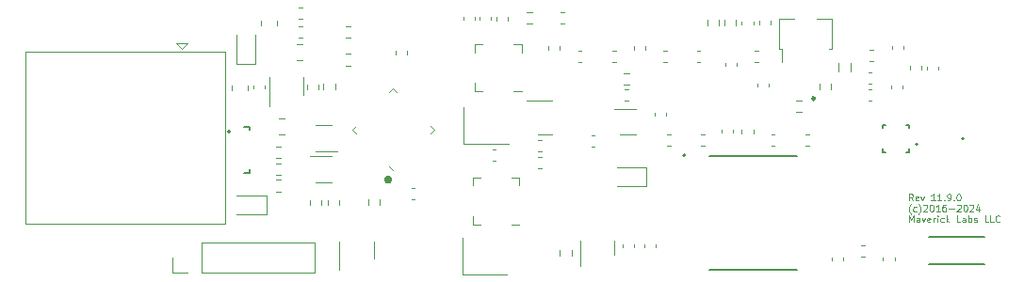
<source format=gbr>
%TF.GenerationSoftware,KiCad,Pcbnew,7.0.5-0*%
%TF.CreationDate,2024-01-25T09:03:23-08:00*%
%TF.ProjectId,transponder-11.9.0,7472616e-7370-46f6-9e64-65722d31312e,rev?*%
%TF.SameCoordinates,Original*%
%TF.FileFunction,Legend,Top*%
%TF.FilePolarity,Positive*%
%FSLAX46Y46*%
G04 Gerber Fmt 4.6, Leading zero omitted, Abs format (unit mm)*
G04 Created by KiCad (PCBNEW 7.0.5-0) date 2024-01-25 09:03:23*
%MOMM*%
%LPD*%
G01*
G04 APERTURE LIST*
%ADD10C,0.300000*%
%ADD11C,0.100000*%
%ADD12C,0.120000*%
%ADD13C,0.250000*%
%ADD14C,0.127000*%
%ADD15C,0.200000*%
%ADD16C,0.152400*%
G04 APERTURE END LIST*
D10*
X135600000Y-104900000D02*
G75*
G03*
X135600000Y-104900000I-200000J0D01*
G01*
D11*
X182551503Y-106789371D02*
X182351503Y-106503657D01*
X182208646Y-106789371D02*
X182208646Y-106189371D01*
X182208646Y-106189371D02*
X182437217Y-106189371D01*
X182437217Y-106189371D02*
X182494360Y-106217942D01*
X182494360Y-106217942D02*
X182522931Y-106246514D01*
X182522931Y-106246514D02*
X182551503Y-106303657D01*
X182551503Y-106303657D02*
X182551503Y-106389371D01*
X182551503Y-106389371D02*
X182522931Y-106446514D01*
X182522931Y-106446514D02*
X182494360Y-106475085D01*
X182494360Y-106475085D02*
X182437217Y-106503657D01*
X182437217Y-106503657D02*
X182208646Y-106503657D01*
X183037217Y-106760800D02*
X182980074Y-106789371D01*
X182980074Y-106789371D02*
X182865789Y-106789371D01*
X182865789Y-106789371D02*
X182808646Y-106760800D01*
X182808646Y-106760800D02*
X182780074Y-106703657D01*
X182780074Y-106703657D02*
X182780074Y-106475085D01*
X182780074Y-106475085D02*
X182808646Y-106417942D01*
X182808646Y-106417942D02*
X182865789Y-106389371D01*
X182865789Y-106389371D02*
X182980074Y-106389371D01*
X182980074Y-106389371D02*
X183037217Y-106417942D01*
X183037217Y-106417942D02*
X183065789Y-106475085D01*
X183065789Y-106475085D02*
X183065789Y-106532228D01*
X183065789Y-106532228D02*
X182780074Y-106589371D01*
X183265789Y-106389371D02*
X183408646Y-106789371D01*
X183408646Y-106789371D02*
X183551503Y-106389371D01*
X184551503Y-106789371D02*
X184208646Y-106789371D01*
X184380075Y-106789371D02*
X184380075Y-106189371D01*
X184380075Y-106189371D02*
X184322932Y-106275085D01*
X184322932Y-106275085D02*
X184265789Y-106332228D01*
X184265789Y-106332228D02*
X184208646Y-106360800D01*
X185122932Y-106789371D02*
X184780075Y-106789371D01*
X184951504Y-106789371D02*
X184951504Y-106189371D01*
X184951504Y-106189371D02*
X184894361Y-106275085D01*
X184894361Y-106275085D02*
X184837218Y-106332228D01*
X184837218Y-106332228D02*
X184780075Y-106360800D01*
X185380076Y-106732228D02*
X185408647Y-106760800D01*
X185408647Y-106760800D02*
X185380076Y-106789371D01*
X185380076Y-106789371D02*
X185351504Y-106760800D01*
X185351504Y-106760800D02*
X185380076Y-106732228D01*
X185380076Y-106732228D02*
X185380076Y-106789371D01*
X185694361Y-106789371D02*
X185808647Y-106789371D01*
X185808647Y-106789371D02*
X185865790Y-106760800D01*
X185865790Y-106760800D02*
X185894361Y-106732228D01*
X185894361Y-106732228D02*
X185951504Y-106646514D01*
X185951504Y-106646514D02*
X185980075Y-106532228D01*
X185980075Y-106532228D02*
X185980075Y-106303657D01*
X185980075Y-106303657D02*
X185951504Y-106246514D01*
X185951504Y-106246514D02*
X185922933Y-106217942D01*
X185922933Y-106217942D02*
X185865790Y-106189371D01*
X185865790Y-106189371D02*
X185751504Y-106189371D01*
X185751504Y-106189371D02*
X185694361Y-106217942D01*
X185694361Y-106217942D02*
X185665790Y-106246514D01*
X185665790Y-106246514D02*
X185637218Y-106303657D01*
X185637218Y-106303657D02*
X185637218Y-106446514D01*
X185637218Y-106446514D02*
X185665790Y-106503657D01*
X185665790Y-106503657D02*
X185694361Y-106532228D01*
X185694361Y-106532228D02*
X185751504Y-106560800D01*
X185751504Y-106560800D02*
X185865790Y-106560800D01*
X185865790Y-106560800D02*
X185922933Y-106532228D01*
X185922933Y-106532228D02*
X185951504Y-106503657D01*
X185951504Y-106503657D02*
X185980075Y-106446514D01*
X186237219Y-106732228D02*
X186265790Y-106760800D01*
X186265790Y-106760800D02*
X186237219Y-106789371D01*
X186237219Y-106789371D02*
X186208647Y-106760800D01*
X186208647Y-106760800D02*
X186237219Y-106732228D01*
X186237219Y-106732228D02*
X186237219Y-106789371D01*
X186637218Y-106189371D02*
X186694361Y-106189371D01*
X186694361Y-106189371D02*
X186751504Y-106217942D01*
X186751504Y-106217942D02*
X186780076Y-106246514D01*
X186780076Y-106246514D02*
X186808647Y-106303657D01*
X186808647Y-106303657D02*
X186837218Y-106417942D01*
X186837218Y-106417942D02*
X186837218Y-106560800D01*
X186837218Y-106560800D02*
X186808647Y-106675085D01*
X186808647Y-106675085D02*
X186780076Y-106732228D01*
X186780076Y-106732228D02*
X186751504Y-106760800D01*
X186751504Y-106760800D02*
X186694361Y-106789371D01*
X186694361Y-106789371D02*
X186637218Y-106789371D01*
X186637218Y-106789371D02*
X186580076Y-106760800D01*
X186580076Y-106760800D02*
X186551504Y-106732228D01*
X186551504Y-106732228D02*
X186522933Y-106675085D01*
X186522933Y-106675085D02*
X186494361Y-106560800D01*
X186494361Y-106560800D02*
X186494361Y-106417942D01*
X186494361Y-106417942D02*
X186522933Y-106303657D01*
X186522933Y-106303657D02*
X186551504Y-106246514D01*
X186551504Y-106246514D02*
X186580076Y-106217942D01*
X186580076Y-106217942D02*
X186637218Y-106189371D01*
X182380074Y-107983942D02*
X182351503Y-107955371D01*
X182351503Y-107955371D02*
X182294360Y-107869657D01*
X182294360Y-107869657D02*
X182265789Y-107812514D01*
X182265789Y-107812514D02*
X182237217Y-107726800D01*
X182237217Y-107726800D02*
X182208646Y-107583942D01*
X182208646Y-107583942D02*
X182208646Y-107469657D01*
X182208646Y-107469657D02*
X182237217Y-107326800D01*
X182237217Y-107326800D02*
X182265789Y-107241085D01*
X182265789Y-107241085D02*
X182294360Y-107183942D01*
X182294360Y-107183942D02*
X182351503Y-107098228D01*
X182351503Y-107098228D02*
X182380074Y-107069657D01*
X182865789Y-107726800D02*
X182808646Y-107755371D01*
X182808646Y-107755371D02*
X182694360Y-107755371D01*
X182694360Y-107755371D02*
X182637217Y-107726800D01*
X182637217Y-107726800D02*
X182608646Y-107698228D01*
X182608646Y-107698228D02*
X182580074Y-107641085D01*
X182580074Y-107641085D02*
X182580074Y-107469657D01*
X182580074Y-107469657D02*
X182608646Y-107412514D01*
X182608646Y-107412514D02*
X182637217Y-107383942D01*
X182637217Y-107383942D02*
X182694360Y-107355371D01*
X182694360Y-107355371D02*
X182808646Y-107355371D01*
X182808646Y-107355371D02*
X182865789Y-107383942D01*
X183065789Y-107983942D02*
X183094360Y-107955371D01*
X183094360Y-107955371D02*
X183151503Y-107869657D01*
X183151503Y-107869657D02*
X183180075Y-107812514D01*
X183180075Y-107812514D02*
X183208646Y-107726800D01*
X183208646Y-107726800D02*
X183237217Y-107583942D01*
X183237217Y-107583942D02*
X183237217Y-107469657D01*
X183237217Y-107469657D02*
X183208646Y-107326800D01*
X183208646Y-107326800D02*
X183180075Y-107241085D01*
X183180075Y-107241085D02*
X183151503Y-107183942D01*
X183151503Y-107183942D02*
X183094360Y-107098228D01*
X183094360Y-107098228D02*
X183065789Y-107069657D01*
X183494360Y-107212514D02*
X183522932Y-107183942D01*
X183522932Y-107183942D02*
X183580075Y-107155371D01*
X183580075Y-107155371D02*
X183722932Y-107155371D01*
X183722932Y-107155371D02*
X183780075Y-107183942D01*
X183780075Y-107183942D02*
X183808646Y-107212514D01*
X183808646Y-107212514D02*
X183837217Y-107269657D01*
X183837217Y-107269657D02*
X183837217Y-107326800D01*
X183837217Y-107326800D02*
X183808646Y-107412514D01*
X183808646Y-107412514D02*
X183465789Y-107755371D01*
X183465789Y-107755371D02*
X183837217Y-107755371D01*
X184208646Y-107155371D02*
X184265789Y-107155371D01*
X184265789Y-107155371D02*
X184322932Y-107183942D01*
X184322932Y-107183942D02*
X184351504Y-107212514D01*
X184351504Y-107212514D02*
X184380075Y-107269657D01*
X184380075Y-107269657D02*
X184408646Y-107383942D01*
X184408646Y-107383942D02*
X184408646Y-107526800D01*
X184408646Y-107526800D02*
X184380075Y-107641085D01*
X184380075Y-107641085D02*
X184351504Y-107698228D01*
X184351504Y-107698228D02*
X184322932Y-107726800D01*
X184322932Y-107726800D02*
X184265789Y-107755371D01*
X184265789Y-107755371D02*
X184208646Y-107755371D01*
X184208646Y-107755371D02*
X184151504Y-107726800D01*
X184151504Y-107726800D02*
X184122932Y-107698228D01*
X184122932Y-107698228D02*
X184094361Y-107641085D01*
X184094361Y-107641085D02*
X184065789Y-107526800D01*
X184065789Y-107526800D02*
X184065789Y-107383942D01*
X184065789Y-107383942D02*
X184094361Y-107269657D01*
X184094361Y-107269657D02*
X184122932Y-107212514D01*
X184122932Y-107212514D02*
X184151504Y-107183942D01*
X184151504Y-107183942D02*
X184208646Y-107155371D01*
X184980075Y-107755371D02*
X184637218Y-107755371D01*
X184808647Y-107755371D02*
X184808647Y-107155371D01*
X184808647Y-107155371D02*
X184751504Y-107241085D01*
X184751504Y-107241085D02*
X184694361Y-107298228D01*
X184694361Y-107298228D02*
X184637218Y-107326800D01*
X185494362Y-107155371D02*
X185380076Y-107155371D01*
X185380076Y-107155371D02*
X185322933Y-107183942D01*
X185322933Y-107183942D02*
X185294362Y-107212514D01*
X185294362Y-107212514D02*
X185237219Y-107298228D01*
X185237219Y-107298228D02*
X185208647Y-107412514D01*
X185208647Y-107412514D02*
X185208647Y-107641085D01*
X185208647Y-107641085D02*
X185237219Y-107698228D01*
X185237219Y-107698228D02*
X185265790Y-107726800D01*
X185265790Y-107726800D02*
X185322933Y-107755371D01*
X185322933Y-107755371D02*
X185437219Y-107755371D01*
X185437219Y-107755371D02*
X185494362Y-107726800D01*
X185494362Y-107726800D02*
X185522933Y-107698228D01*
X185522933Y-107698228D02*
X185551504Y-107641085D01*
X185551504Y-107641085D02*
X185551504Y-107498228D01*
X185551504Y-107498228D02*
X185522933Y-107441085D01*
X185522933Y-107441085D02*
X185494362Y-107412514D01*
X185494362Y-107412514D02*
X185437219Y-107383942D01*
X185437219Y-107383942D02*
X185322933Y-107383942D01*
X185322933Y-107383942D02*
X185265790Y-107412514D01*
X185265790Y-107412514D02*
X185237219Y-107441085D01*
X185237219Y-107441085D02*
X185208647Y-107498228D01*
X185808648Y-107526800D02*
X186265791Y-107526800D01*
X186522933Y-107212514D02*
X186551505Y-107183942D01*
X186551505Y-107183942D02*
X186608648Y-107155371D01*
X186608648Y-107155371D02*
X186751505Y-107155371D01*
X186751505Y-107155371D02*
X186808648Y-107183942D01*
X186808648Y-107183942D02*
X186837219Y-107212514D01*
X186837219Y-107212514D02*
X186865790Y-107269657D01*
X186865790Y-107269657D02*
X186865790Y-107326800D01*
X186865790Y-107326800D02*
X186837219Y-107412514D01*
X186837219Y-107412514D02*
X186494362Y-107755371D01*
X186494362Y-107755371D02*
X186865790Y-107755371D01*
X187237219Y-107155371D02*
X187294362Y-107155371D01*
X187294362Y-107155371D02*
X187351505Y-107183942D01*
X187351505Y-107183942D02*
X187380077Y-107212514D01*
X187380077Y-107212514D02*
X187408648Y-107269657D01*
X187408648Y-107269657D02*
X187437219Y-107383942D01*
X187437219Y-107383942D02*
X187437219Y-107526800D01*
X187437219Y-107526800D02*
X187408648Y-107641085D01*
X187408648Y-107641085D02*
X187380077Y-107698228D01*
X187380077Y-107698228D02*
X187351505Y-107726800D01*
X187351505Y-107726800D02*
X187294362Y-107755371D01*
X187294362Y-107755371D02*
X187237219Y-107755371D01*
X187237219Y-107755371D02*
X187180077Y-107726800D01*
X187180077Y-107726800D02*
X187151505Y-107698228D01*
X187151505Y-107698228D02*
X187122934Y-107641085D01*
X187122934Y-107641085D02*
X187094362Y-107526800D01*
X187094362Y-107526800D02*
X187094362Y-107383942D01*
X187094362Y-107383942D02*
X187122934Y-107269657D01*
X187122934Y-107269657D02*
X187151505Y-107212514D01*
X187151505Y-107212514D02*
X187180077Y-107183942D01*
X187180077Y-107183942D02*
X187237219Y-107155371D01*
X187665791Y-107212514D02*
X187694363Y-107183942D01*
X187694363Y-107183942D02*
X187751506Y-107155371D01*
X187751506Y-107155371D02*
X187894363Y-107155371D01*
X187894363Y-107155371D02*
X187951506Y-107183942D01*
X187951506Y-107183942D02*
X187980077Y-107212514D01*
X187980077Y-107212514D02*
X188008648Y-107269657D01*
X188008648Y-107269657D02*
X188008648Y-107326800D01*
X188008648Y-107326800D02*
X187980077Y-107412514D01*
X187980077Y-107412514D02*
X187637220Y-107755371D01*
X187637220Y-107755371D02*
X188008648Y-107755371D01*
X188522935Y-107355371D02*
X188522935Y-107755371D01*
X188380077Y-107126800D02*
X188237220Y-107555371D01*
X188237220Y-107555371D02*
X188608649Y-107555371D01*
X182208646Y-108721371D02*
X182208646Y-108121371D01*
X182208646Y-108121371D02*
X182408646Y-108549942D01*
X182408646Y-108549942D02*
X182608646Y-108121371D01*
X182608646Y-108121371D02*
X182608646Y-108721371D01*
X183151503Y-108721371D02*
X183151503Y-108407085D01*
X183151503Y-108407085D02*
X183122931Y-108349942D01*
X183122931Y-108349942D02*
X183065788Y-108321371D01*
X183065788Y-108321371D02*
X182951503Y-108321371D01*
X182951503Y-108321371D02*
X182894360Y-108349942D01*
X183151503Y-108692800D02*
X183094360Y-108721371D01*
X183094360Y-108721371D02*
X182951503Y-108721371D01*
X182951503Y-108721371D02*
X182894360Y-108692800D01*
X182894360Y-108692800D02*
X182865788Y-108635657D01*
X182865788Y-108635657D02*
X182865788Y-108578514D01*
X182865788Y-108578514D02*
X182894360Y-108521371D01*
X182894360Y-108521371D02*
X182951503Y-108492800D01*
X182951503Y-108492800D02*
X183094360Y-108492800D01*
X183094360Y-108492800D02*
X183151503Y-108464228D01*
X183380074Y-108321371D02*
X183522931Y-108721371D01*
X183522931Y-108721371D02*
X183665788Y-108321371D01*
X184122931Y-108692800D02*
X184065788Y-108721371D01*
X184065788Y-108721371D02*
X183951503Y-108721371D01*
X183951503Y-108721371D02*
X183894360Y-108692800D01*
X183894360Y-108692800D02*
X183865788Y-108635657D01*
X183865788Y-108635657D02*
X183865788Y-108407085D01*
X183865788Y-108407085D02*
X183894360Y-108349942D01*
X183894360Y-108349942D02*
X183951503Y-108321371D01*
X183951503Y-108321371D02*
X184065788Y-108321371D01*
X184065788Y-108321371D02*
X184122931Y-108349942D01*
X184122931Y-108349942D02*
X184151503Y-108407085D01*
X184151503Y-108407085D02*
X184151503Y-108464228D01*
X184151503Y-108464228D02*
X183865788Y-108521371D01*
X184408646Y-108721371D02*
X184408646Y-108321371D01*
X184408646Y-108435657D02*
X184437217Y-108378514D01*
X184437217Y-108378514D02*
X184465789Y-108349942D01*
X184465789Y-108349942D02*
X184522931Y-108321371D01*
X184522931Y-108321371D02*
X184580074Y-108321371D01*
X184780075Y-108721371D02*
X184780075Y-108321371D01*
X184780075Y-108121371D02*
X184751503Y-108149942D01*
X184751503Y-108149942D02*
X184780075Y-108178514D01*
X184780075Y-108178514D02*
X184808646Y-108149942D01*
X184808646Y-108149942D02*
X184780075Y-108121371D01*
X184780075Y-108121371D02*
X184780075Y-108178514D01*
X185322932Y-108692800D02*
X185265789Y-108721371D01*
X185265789Y-108721371D02*
X185151503Y-108721371D01*
X185151503Y-108721371D02*
X185094360Y-108692800D01*
X185094360Y-108692800D02*
X185065789Y-108664228D01*
X185065789Y-108664228D02*
X185037217Y-108607085D01*
X185037217Y-108607085D02*
X185037217Y-108435657D01*
X185037217Y-108435657D02*
X185065789Y-108378514D01*
X185065789Y-108378514D02*
X185094360Y-108349942D01*
X185094360Y-108349942D02*
X185151503Y-108321371D01*
X185151503Y-108321371D02*
X185265789Y-108321371D01*
X185265789Y-108321371D02*
X185322932Y-108349942D01*
X185580075Y-108721371D02*
X185580075Y-108121371D01*
X185637218Y-108492800D02*
X185808646Y-108721371D01*
X185808646Y-108321371D02*
X185580075Y-108549942D01*
X186808646Y-108721371D02*
X186522932Y-108721371D01*
X186522932Y-108721371D02*
X186522932Y-108121371D01*
X187265789Y-108721371D02*
X187265789Y-108407085D01*
X187265789Y-108407085D02*
X187237217Y-108349942D01*
X187237217Y-108349942D02*
X187180074Y-108321371D01*
X187180074Y-108321371D02*
X187065789Y-108321371D01*
X187065789Y-108321371D02*
X187008646Y-108349942D01*
X187265789Y-108692800D02*
X187208646Y-108721371D01*
X187208646Y-108721371D02*
X187065789Y-108721371D01*
X187065789Y-108721371D02*
X187008646Y-108692800D01*
X187008646Y-108692800D02*
X186980074Y-108635657D01*
X186980074Y-108635657D02*
X186980074Y-108578514D01*
X186980074Y-108578514D02*
X187008646Y-108521371D01*
X187008646Y-108521371D02*
X187065789Y-108492800D01*
X187065789Y-108492800D02*
X187208646Y-108492800D01*
X187208646Y-108492800D02*
X187265789Y-108464228D01*
X187551503Y-108721371D02*
X187551503Y-108121371D01*
X187551503Y-108349942D02*
X187608646Y-108321371D01*
X187608646Y-108321371D02*
X187722931Y-108321371D01*
X187722931Y-108321371D02*
X187780074Y-108349942D01*
X187780074Y-108349942D02*
X187808646Y-108378514D01*
X187808646Y-108378514D02*
X187837217Y-108435657D01*
X187837217Y-108435657D02*
X187837217Y-108607085D01*
X187837217Y-108607085D02*
X187808646Y-108664228D01*
X187808646Y-108664228D02*
X187780074Y-108692800D01*
X187780074Y-108692800D02*
X187722931Y-108721371D01*
X187722931Y-108721371D02*
X187608646Y-108721371D01*
X187608646Y-108721371D02*
X187551503Y-108692800D01*
X188065788Y-108692800D02*
X188122931Y-108721371D01*
X188122931Y-108721371D02*
X188237217Y-108721371D01*
X188237217Y-108721371D02*
X188294360Y-108692800D01*
X188294360Y-108692800D02*
X188322931Y-108635657D01*
X188322931Y-108635657D02*
X188322931Y-108607085D01*
X188322931Y-108607085D02*
X188294360Y-108549942D01*
X188294360Y-108549942D02*
X188237217Y-108521371D01*
X188237217Y-108521371D02*
X188151503Y-108521371D01*
X188151503Y-108521371D02*
X188094360Y-108492800D01*
X188094360Y-108492800D02*
X188065788Y-108435657D01*
X188065788Y-108435657D02*
X188065788Y-108407085D01*
X188065788Y-108407085D02*
X188094360Y-108349942D01*
X188094360Y-108349942D02*
X188151503Y-108321371D01*
X188151503Y-108321371D02*
X188237217Y-108321371D01*
X188237217Y-108321371D02*
X188294360Y-108349942D01*
X189322931Y-108721371D02*
X189037217Y-108721371D01*
X189037217Y-108721371D02*
X189037217Y-108121371D01*
X189808645Y-108721371D02*
X189522931Y-108721371D01*
X189522931Y-108721371D02*
X189522931Y-108121371D01*
X190351502Y-108664228D02*
X190322930Y-108692800D01*
X190322930Y-108692800D02*
X190237216Y-108721371D01*
X190237216Y-108721371D02*
X190180073Y-108721371D01*
X190180073Y-108721371D02*
X190094359Y-108692800D01*
X190094359Y-108692800D02*
X190037216Y-108635657D01*
X190037216Y-108635657D02*
X190008645Y-108578514D01*
X190008645Y-108578514D02*
X189980073Y-108464228D01*
X189980073Y-108464228D02*
X189980073Y-108378514D01*
X189980073Y-108378514D02*
X190008645Y-108264228D01*
X190008645Y-108264228D02*
X190037216Y-108207085D01*
X190037216Y-108207085D02*
X190094359Y-108149942D01*
X190094359Y-108149942D02*
X190180073Y-108121371D01*
X190180073Y-108121371D02*
X190237216Y-108121371D01*
X190237216Y-108121371D02*
X190322930Y-108149942D01*
X190322930Y-108149942D02*
X190351502Y-108178514D01*
D12*
%TO.C,C35*%
X137060000Y-93309420D02*
X137060000Y-93590580D01*
X136040000Y-93309420D02*
X136040000Y-93590580D01*
%TO.C,C6*%
X166410000Y-100409420D02*
X166410000Y-100690580D01*
X165390000Y-100409420D02*
X165390000Y-100690580D01*
%TO.C,U3*%
X156250000Y-100860000D02*
X157650000Y-100860000D01*
X157650000Y-98540000D02*
X155750000Y-98540000D01*
%TO.C,C15*%
X184860000Y-94684420D02*
X184860000Y-94965580D01*
X183840000Y-94684420D02*
X183840000Y-94965580D01*
D13*
%TO.C,IC1*%
X173750000Y-97575000D02*
G75*
G03*
X173750000Y-97575000I-125000J0D01*
G01*
D12*
%TO.C,C19*%
X167190000Y-90915580D02*
X167190000Y-90634420D01*
X168210000Y-90915580D02*
X168210000Y-90634420D01*
%TO.C,C21*%
X152484420Y-93290000D02*
X152765580Y-93290000D01*
X152484420Y-94310000D02*
X152765580Y-94310000D01*
%TO.C,C27*%
X123290000Y-96715580D02*
X123290000Y-96434420D01*
X124310000Y-96715580D02*
X124310000Y-96434420D01*
%TO.C,L13*%
X125435000Y-90572936D02*
X125435000Y-91027064D01*
X123965000Y-90572936D02*
X123965000Y-91027064D01*
%TO.C,C16*%
X181610000Y-96384420D02*
X181610000Y-96665580D01*
X180590000Y-96384420D02*
X180590000Y-96665580D01*
D14*
%TO.C,U8*%
X182240000Y-102400000D02*
X182240000Y-102130000D01*
X182240000Y-102400000D02*
X181970000Y-102400000D01*
X182240000Y-100000000D02*
X182240000Y-100270000D01*
X182240000Y-100000000D02*
X181970000Y-100000000D01*
X179840000Y-102400000D02*
X180110000Y-102400000D01*
X179840000Y-102400000D02*
X179840000Y-102130000D01*
X179840000Y-100000000D02*
X180110000Y-100000000D01*
X179840000Y-100000000D02*
X179840000Y-100270000D01*
D15*
X183010000Y-101700000D02*
G75*
G03*
X183010000Y-101700000I-100000J0D01*
G01*
D12*
%TO.C,C20*%
X151215580Y-90810000D02*
X150934420Y-90810000D01*
X151215580Y-89790000D02*
X150934420Y-89790000D01*
%TO.C,C1*%
X153659420Y-100890000D02*
X153940580Y-100890000D01*
X153659420Y-101910000D02*
X153940580Y-101910000D01*
%TO.C,L4*%
X175840000Y-95162122D02*
X175840000Y-94362878D01*
X176960000Y-95162122D02*
X176960000Y-94362878D01*
%TO.C,C9*%
X144660000Y-90234420D02*
X144660000Y-90515580D01*
X143640000Y-90234420D02*
X143640000Y-90515580D01*
%TO.C,R5*%
X174177500Y-96762258D02*
X174177500Y-96287742D01*
X175222500Y-96762258D02*
X175222500Y-96287742D01*
%TO.C,C23*%
X178865580Y-97810000D02*
X178584420Y-97810000D01*
X178865580Y-96790000D02*
X178584420Y-96790000D01*
%TO.C,C14*%
X181710000Y-92834420D02*
X181710000Y-93115580D01*
X180690000Y-92834420D02*
X180690000Y-93115580D01*
%TO.C,C3*%
X156684420Y-96790000D02*
X156965580Y-96790000D01*
X156684420Y-97810000D02*
X156965580Y-97810000D01*
%TO.C,C18*%
X163184420Y-93290000D02*
X163465580Y-93290000D01*
X163184420Y-94310000D02*
X163465580Y-94310000D01*
%TO.C,C17*%
X165690000Y-94665580D02*
X165690000Y-94384420D01*
X166710000Y-94665580D02*
X166710000Y-94384420D01*
%TO.C,R17*%
X128377500Y-107212258D02*
X128377500Y-106737742D01*
X129422500Y-107212258D02*
X129422500Y-106737742D01*
%TO.C,R7*%
X128120314Y-96771773D02*
X128120314Y-96297257D01*
X129165314Y-96771773D02*
X129165314Y-96297257D01*
%TO.C,Y2*%
X142100000Y-110150000D02*
X142100000Y-113450000D01*
X142100000Y-113450000D02*
X146100000Y-113450000D01*
%TO.C,U9*%
X128900000Y-105110000D02*
X130300000Y-105110000D01*
X130300000Y-102790000D02*
X128400000Y-102790000D01*
%TO.C,L9*%
X149790000Y-93175279D02*
X149790000Y-92849721D01*
X150810000Y-93175279D02*
X150810000Y-92849721D01*
%TO.C,L12*%
X122810000Y-96385436D02*
X122810000Y-96839564D01*
X121340000Y-96385436D02*
X121340000Y-96839564D01*
%TO.C,L11*%
X160149721Y-93290000D02*
X160475279Y-93290000D01*
X160149721Y-94310000D02*
X160475279Y-94310000D01*
%TO.C,Q7*%
X149500000Y-97740000D02*
X147825000Y-97740000D01*
X149500000Y-97740000D02*
X150150000Y-97740000D01*
X149500000Y-100860000D02*
X148850000Y-100860000D01*
X149500000Y-100860000D02*
X150150000Y-100860000D01*
%TO.C,L7*%
X168324721Y-93290000D02*
X168650279Y-93290000D01*
X168324721Y-94310000D02*
X168650279Y-94310000D01*
%TO.C,D1*%
X121750000Y-94510000D02*
X123450000Y-94510000D01*
X121750000Y-94510000D02*
X121750000Y-91850000D01*
X123450000Y-94510000D02*
X123450000Y-91850000D01*
%TO.C,C7*%
X149165580Y-102310000D02*
X148884420Y-102310000D01*
X149165580Y-101290000D02*
X148884420Y-101290000D01*
%TO.C,R2*%
X166672500Y-90512742D02*
X166672500Y-90987258D01*
X165627500Y-90512742D02*
X165627500Y-90987258D01*
%TO.C,L1*%
X160499721Y-100840000D02*
X160825279Y-100840000D01*
X160499721Y-101860000D02*
X160825279Y-101860000D01*
%TO.C,C25*%
X127665580Y-90410000D02*
X127384420Y-90410000D01*
X127665580Y-89390000D02*
X127384420Y-89390000D01*
%TO.C,J2*%
X115995000Y-113230000D02*
X115995000Y-111900000D01*
X117325000Y-113230000D02*
X115995000Y-113230000D01*
X118595000Y-113230000D02*
X128815000Y-113230000D01*
X118595000Y-113230000D02*
X118595000Y-110570000D01*
X128815000Y-113230000D02*
X128815000Y-110570000D01*
X118595000Y-110570000D02*
X128815000Y-110570000D01*
%TO.C,Q2*%
X152640000Y-111037500D02*
X152640000Y-112712500D01*
X152640000Y-111037500D02*
X152640000Y-110387500D01*
X155760000Y-111037500D02*
X155760000Y-111687500D01*
X155760000Y-111037500D02*
X155760000Y-110387500D01*
%TO.C,C30*%
X156490000Y-111015580D02*
X156490000Y-110734420D01*
X157510000Y-111015580D02*
X157510000Y-110734420D01*
%TO.C,L8*%
X168740000Y-90912779D02*
X168740000Y-90587221D01*
X169760000Y-90912779D02*
X169760000Y-90587221D01*
%TO.C,R8*%
X129577500Y-96762258D02*
X129577500Y-96287742D01*
X130622500Y-96762258D02*
X130622500Y-96287742D01*
D14*
%TO.C,U4*%
X164250000Y-102775000D02*
X172150000Y-102775000D01*
X164250000Y-113025000D02*
X172150000Y-113025000D01*
D15*
X162100000Y-102700000D02*
G75*
G03*
X162100000Y-102700000I-100000J0D01*
G01*
D16*
%TO.C,CR1*%
X122416089Y-100142599D02*
X122947699Y-100142599D01*
X122947699Y-100142599D02*
X122947699Y-100414859D01*
X122947699Y-103985139D02*
X122947699Y-104257399D01*
X122947699Y-104257399D02*
X122416089Y-104257399D01*
X121217399Y-100600000D02*
G75*
G03*
X121217399Y-100600000I-127000J0D01*
G01*
D12*
%TO.C,Y1*%
X142200000Y-98350000D02*
X142200000Y-101650000D01*
X142200000Y-101650000D02*
X146200000Y-101650000D01*
%TO.C,C31*%
X158390000Y-111015580D02*
X158390000Y-110734420D01*
X159410000Y-111015580D02*
X159410000Y-110734420D01*
%TO.C,J1*%
X117350000Y-92650000D02*
X116350000Y-92650000D01*
X116350000Y-92650000D02*
X116850000Y-93150000D01*
X116850000Y-93150000D02*
X117350000Y-92650000D01*
X120730000Y-93335000D02*
X102770000Y-93335000D01*
X102770000Y-93335000D02*
X102770000Y-108855000D01*
X120730000Y-108855000D02*
X120730000Y-93335000D01*
X120730000Y-108855000D02*
X102770000Y-108855000D01*
%TO.C,C5*%
X169859420Y-100790000D02*
X170140580Y-100790000D01*
X169859420Y-101810000D02*
X170140580Y-101810000D01*
%TO.C,R11*%
X131022500Y-106737742D02*
X131022500Y-107212258D01*
X129977500Y-106737742D02*
X129977500Y-107212258D01*
%TO.C,R1*%
X157062258Y-96322500D02*
X156587742Y-96322500D01*
X157062258Y-95277500D02*
X156587742Y-95277500D01*
%TO.C,L3*%
X168210000Y-100387221D02*
X168210000Y-100712779D01*
X167190000Y-100387221D02*
X167190000Y-100712779D01*
%TO.C,R6*%
X172562258Y-98822500D02*
X172087742Y-98822500D01*
X172562258Y-97777500D02*
X172087742Y-97777500D01*
%TO.C,C4*%
X163815580Y-101860000D02*
X163534420Y-101860000D01*
X163815580Y-100840000D02*
X163534420Y-100840000D01*
%TO.C,D4*%
X158610000Y-105450000D02*
X158610000Y-103750000D01*
X158610000Y-105450000D02*
X155950000Y-105450000D01*
X158610000Y-103750000D02*
X155950000Y-103750000D01*
%TO.C,C10*%
X143160000Y-90234420D02*
X143160000Y-90515580D01*
X142140000Y-90234420D02*
X142140000Y-90515580D01*
%TO.C,R12*%
X131562742Y-91077500D02*
X132037258Y-91077500D01*
X131562742Y-92122500D02*
X132037258Y-92122500D01*
%TO.C,C34*%
X137765580Y-106635000D02*
X137484420Y-106635000D01*
X137765580Y-105615000D02*
X137484420Y-105615000D01*
%TO.C,U5*%
X139530087Y-100386136D02*
X139194212Y-100722012D01*
X135503114Y-103741358D02*
X135838990Y-104077233D01*
X139194212Y-100050260D02*
X139530087Y-100386136D01*
X132483768Y-100722012D02*
X132147893Y-100386136D01*
X136174866Y-97030914D02*
X135838990Y-96695039D01*
X132147893Y-100386136D02*
X132483768Y-100050260D01*
X135838990Y-96695039D02*
X135503114Y-97030914D01*
%TO.C,C22*%
X158510000Y-92884420D02*
X158510000Y-93165580D01*
X157490000Y-92884420D02*
X157490000Y-93165580D01*
%TO.C,R14*%
X125312742Y-101927500D02*
X125787258Y-101927500D01*
X125312742Y-102972500D02*
X125787258Y-102972500D01*
%TO.C,R15*%
X125312742Y-103427500D02*
X125787258Y-103427500D01*
X125312742Y-104472500D02*
X125787258Y-104472500D01*
%TO.C,C32*%
X175290000Y-112165580D02*
X175290000Y-111884420D01*
X176310000Y-112165580D02*
X176310000Y-111884420D01*
%TO.C,C29*%
X127188748Y-92665000D02*
X127711252Y-92665000D01*
X127188748Y-94135000D02*
X127711252Y-94135000D01*
%TO.C,C28*%
X125588748Y-99365000D02*
X126111252Y-99365000D01*
X125588748Y-100835000D02*
X126111252Y-100835000D01*
%TO.C,L5*%
X178699721Y-93215000D02*
X179025279Y-93215000D01*
X178699721Y-94235000D02*
X179025279Y-94235000D01*
%TO.C,U10*%
X130300000Y-99990000D02*
X128900000Y-99990000D01*
X128900000Y-102310000D02*
X130800000Y-102310000D01*
%TO.C,U1*%
X147385000Y-92690000D02*
X147385000Y-93415000D01*
X146660000Y-96910000D02*
X147385000Y-96910000D01*
X146660000Y-92690000D02*
X147385000Y-92690000D01*
X143890000Y-96910000D02*
X143165000Y-96910000D01*
X143890000Y-92690000D02*
X143165000Y-92690000D01*
X143165000Y-96910000D02*
X143165000Y-96185000D01*
X143165000Y-92690000D02*
X143165000Y-93415000D01*
%TO.C,R16*%
X125312742Y-104902500D02*
X125787258Y-104902500D01*
X125312742Y-105947500D02*
X125787258Y-105947500D01*
%TO.C,D3*%
X124460000Y-108050000D02*
X124460000Y-106350000D01*
X124460000Y-108050000D02*
X121800000Y-108050000D01*
X124460000Y-106350000D02*
X121800000Y-106350000D01*
%TO.C,L6*%
X183310000Y-94637221D02*
X183310000Y-94962779D01*
X182290000Y-94637221D02*
X182290000Y-94962779D01*
%TO.C,C2*%
X160360000Y-98884420D02*
X160360000Y-99165580D01*
X159340000Y-98884420D02*
X159340000Y-99165580D01*
%TO.C,C11*%
X144759420Y-102190000D02*
X145040580Y-102190000D01*
X144759420Y-103210000D02*
X145040580Y-103210000D01*
%TO.C,L2*%
X172937221Y-100790000D02*
X173262779Y-100790000D01*
X172937221Y-101810000D02*
X173262779Y-101810000D01*
%TO.C,U6*%
X124690000Y-96462500D02*
X124690000Y-98262500D01*
X124690000Y-96462500D02*
X124690000Y-95662500D01*
X127810000Y-96462500D02*
X127810000Y-97262500D01*
X127810000Y-96462500D02*
X127810000Y-95662500D01*
%TO.C,R13*%
X131562742Y-93577500D02*
X132037258Y-93577500D01*
X131562742Y-94622500D02*
X132037258Y-94622500D01*
%TO.C,R9*%
X151872500Y-111237742D02*
X151872500Y-111712258D01*
X150827500Y-111237742D02*
X150827500Y-111712258D01*
%TO.C,R3*%
X164077500Y-90987258D02*
X164077500Y-90512742D01*
X165122500Y-90987258D02*
X165122500Y-90512742D01*
%TO.C,C8*%
X146160000Y-90259420D02*
X146160000Y-90540580D01*
X145140000Y-90259420D02*
X145140000Y-90540580D01*
D16*
%TO.C,AE1*%
X184026250Y-112531900D02*
X188973750Y-112531900D01*
X188973750Y-110068100D02*
X184026250Y-110068100D01*
D15*
%TO.C,J3*%
X187127500Y-101200000D02*
G75*
G03*
X187127500Y-101200000I-100000J0D01*
G01*
D12*
%TO.C,U7*%
X130990000Y-111237500D02*
X130990000Y-113037500D01*
X130990000Y-111237500D02*
X130990000Y-110437500D01*
X134110000Y-111237500D02*
X134110000Y-112037500D01*
X134110000Y-111237500D02*
X134110000Y-110437500D01*
%TO.C,C33*%
X179890000Y-112165580D02*
X179890000Y-111884420D01*
X180910000Y-112165580D02*
X180910000Y-111884420D01*
%TO.C,U2*%
X147210000Y-104690000D02*
X147210000Y-105415000D01*
X146485000Y-108910000D02*
X147210000Y-108910000D01*
X146485000Y-104690000D02*
X147210000Y-104690000D01*
X143715000Y-108910000D02*
X142990000Y-108910000D01*
X143715000Y-104690000D02*
X142990000Y-104690000D01*
X142990000Y-108910000D02*
X142990000Y-108185000D01*
X142990000Y-104690000D02*
X142990000Y-105415000D01*
%TO.C,L10*%
X155549721Y-93290000D02*
X155875279Y-93290000D01*
X155549721Y-94310000D02*
X155875279Y-94310000D01*
%TO.C,Q1*%
X170770000Y-94300000D02*
X170770000Y-93160000D01*
X170540000Y-93160000D02*
X170770000Y-93160000D01*
X170540000Y-93160000D02*
X170540000Y-90440000D01*
X175260000Y-93160000D02*
X175030000Y-93160000D01*
X170540000Y-90440000D02*
X171850000Y-90440000D01*
X173950000Y-90440000D02*
X175260000Y-90440000D01*
X175260000Y-90440000D02*
X175260000Y-93160000D01*
%TO.C,C24*%
X169610000Y-96259420D02*
X169610000Y-96540580D01*
X168590000Y-96259420D02*
X168590000Y-96540580D01*
%TO.C,C12*%
X149165580Y-103860000D02*
X148884420Y-103860000D01*
X149165580Y-102840000D02*
X148884420Y-102840000D01*
%TO.C,C26*%
X127665580Y-92110000D02*
X127384420Y-92110000D01*
X127665580Y-91090000D02*
X127384420Y-91090000D01*
%TO.C,R4*%
X147837742Y-89777500D02*
X148312258Y-89777500D01*
X147837742Y-90822500D02*
X148312258Y-90822500D01*
%TO.C,R10*%
X134672500Y-106662742D02*
X134672500Y-107137258D01*
X133627500Y-106662742D02*
X133627500Y-107137258D01*
%TO.C,C13*%
X178865580Y-96285000D02*
X178584420Y-96285000D01*
X178865580Y-95265000D02*
X178584420Y-95265000D01*
%TO.C,L14*%
X178262779Y-111810000D02*
X177937221Y-111810000D01*
X178262779Y-110790000D02*
X177937221Y-110790000D01*
%TD*%
M02*

</source>
